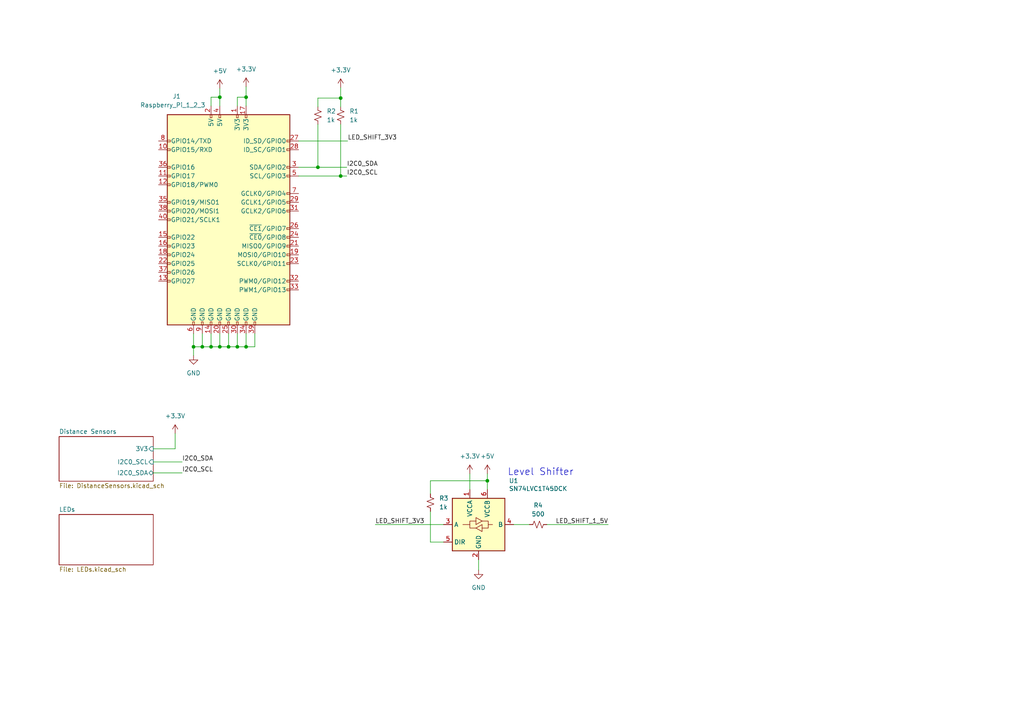
<source format=kicad_sch>
(kicad_sch (version 20230121) (generator eeschema)
  (paper "A4")
  (lib_symbols
    (symbol "Connector:Raspberry_Pi_2_3" (pin_names (offset 1.016))
      (property "Reference" "J" (at -17.78 31.75 0))
      (property "Value" "Raspberry_Pi_2_3" (at 10.16 -31.75 0))
      (symbol "Raspberry_Pi_2_3_0_1"
        (rectangle (start -17.78 30.48) (end 17.78 -30.48) (stroke (width 0.254)) (fill (type background)))
      )
      (symbol "Raspberry_Pi_2_3_1_1"
        (rectangle (start -16.891 -17.526) (end -17.78 -18.034))
        (rectangle (start -16.891 -14.986) (end -17.78 -15.494))
        (rectangle (start -16.891 -12.446) (end -17.78 -12.954))
        (rectangle (start -16.891 -9.906) (end -17.78 -10.414))
        (rectangle (start -16.891 -7.366) (end -17.78 -7.874))
        (rectangle (start -16.891 -4.826) (end -17.78 -5.334))
        (rectangle (start -16.891 0.254) (end -17.78 -0.254))
        (rectangle (start -16.891 2.794) (end -17.78 2.286))
        (rectangle (start -16.891 5.334) (end -17.78 4.826))
        (rectangle (start -16.891 10.414) (end -17.78 9.906))
        (rectangle (start -16.891 12.954) (end -17.78 12.446))
        (rectangle (start -16.891 15.494) (end -17.78 14.986))
        (rectangle (start -16.891 20.574) (end -17.78 20.066))
        (rectangle (start -16.891 23.114) (end -17.78 22.606))
        (rectangle (start -10.414 -29.591) (end -9.906 -30.48))
        (rectangle (start -7.874 -29.591) (end -7.366 -30.48))
        (rectangle (start -5.334 -29.591) (end -4.826 -30.48))
        (rectangle (start -5.334 30.48) (end -4.826 29.591))
        (rectangle (start -2.794 -29.591) (end -2.286 -30.48))
        (rectangle (start -2.794 30.48) (end -2.286 29.591))
        (rectangle (start -0.254 -29.591) (end 0.254 -30.48))
        (rectangle (start 2.286 -29.591) (end 2.794 -30.48))
        (rectangle (start 2.286 30.48) (end 2.794 29.591))
        (rectangle (start 4.826 -29.591) (end 5.334 -30.48))
        (rectangle (start 4.826 30.48) (end 5.334 29.591))
        (rectangle (start 7.366 -29.591) (end 7.874 -30.48))
        (rectangle (start 17.78 -20.066) (end 16.891 -20.574))
        (rectangle (start 17.78 -17.526) (end 16.891 -18.034))
        (rectangle (start 17.78 -12.446) (end 16.891 -12.954))
        (rectangle (start 17.78 -9.906) (end 16.891 -10.414))
        (rectangle (start 17.78 -7.366) (end 16.891 -7.874))
        (rectangle (start 17.78 -4.826) (end 16.891 -5.334))
        (rectangle (start 17.78 -2.286) (end 16.891 -2.794))
        (rectangle (start 17.78 2.794) (end 16.891 2.286))
        (rectangle (start 17.78 5.334) (end 16.891 4.826))
        (rectangle (start 17.78 7.874) (end 16.891 7.366))
        (rectangle (start 17.78 12.954) (end 16.891 12.446))
        (rectangle (start 17.78 15.494) (end 16.891 14.986))
        (rectangle (start 17.78 20.574) (end 16.891 20.066))
        (rectangle (start 17.78 23.114) (end 16.891 22.606))
        (pin power_in line (at 2.54 33.02 270) (length 2.54) (name "3V3") (number "1"))
        (pin bidirectional line (at -20.32 20.32 0) (length 2.54) (name "GPIO15/RXD") (number "10"))
        (pin bidirectional line (at -20.32 12.7 0) (length 2.54) (name "GPIO17") (number "11"))
        (pin bidirectional line (at -20.32 10.16 0) (length 2.54) (name "GPIO18/PWM0") (number "12"))
        (pin bidirectional line (at -20.32 -17.78 0) (length 2.54) (name "GPIO27") (number "13"))
        (pin power_in line (at -5.08 -33.02 90) (length 2.54) (name "GND") (number "14"))
        (pin bidirectional line (at -20.32 -5.08 0) (length 2.54) (name "GPIO22") (number "15"))
        (pin bidirectional line (at -20.32 -7.62 0) (length 2.54) (name "GPIO23") (number "16"))
        (pin power_in line (at 5.08 33.02 270) (length 2.54) (name "3V3") (number "17"))
        (pin bidirectional line (at -20.32 -10.16 0) (length 2.54) (name "GPIO24") (number "18"))
        (pin bidirectional line (at 20.32 -10.16 180) (length 2.54) (name "MOSI0/GPIO10") (number "19"))
        (pin power_in line (at -5.08 33.02 270) (length 2.54) (name "5V") (number "2"))
        (pin power_in line (at -2.54 -33.02 90) (length 2.54) (name "GND") (number "20"))
        (pin bidirectional line (at 20.32 -7.62 180) (length 2.54) (name "MISO0/GPIO9") (number "21"))
        (pin bidirectional line (at -20.32 -12.7 0) (length 2.54) (name "GPIO25") (number "22"))
        (pin bidirectional line (at 20.32 -12.7 180) (length 2.54) (name "SCLK0/GPIO11") (number "23"))
        (pin bidirectional line (at 20.32 -5.08 180) (length 2.54) (name "~{CE0}/GPIO8") (number "24"))
        (pin power_in line (at 0 -33.02 90) (length 2.54) (name "GND") (number "25"))
        (pin bidirectional line (at 20.32 -2.54 180) (length 2.54) (name "~{CE1}/GPIO7") (number "26"))
        (pin bidirectional line (at 20.32 22.86 180) (length 2.54) (name "ID_SD/GPIO0") (number "27"))
        (pin bidirectional line (at 20.32 20.32 180) (length 2.54) (name "ID_SC/GPIO1") (number "28"))
        (pin bidirectional line (at 20.32 5.08 180) (length 2.54) (name "GCLK1/GPIO5") (number "29"))
        (pin bidirectional line (at 20.32 15.24 180) (length 2.54) (name "SDA/GPIO2") (number "3"))
        (pin power_in line (at 2.54 -33.02 90) (length 2.54) (name "GND") (number "30"))
        (pin bidirectional line (at 20.32 2.54 180) (length 2.54) (name "GCLK2/GPIO6") (number "31"))
        (pin bidirectional line (at 20.32 -17.78 180) (length 2.54) (name "PWM0/GPIO12") (number "32"))
        (pin bidirectional line (at 20.32 -20.32 180) (length 2.54) (name "PWM1/GPIO13") (number "33"))
        (pin power_in line (at 5.08 -33.02 90) (length 2.54) (name "GND") (number "34"))
        (pin bidirectional line (at -20.32 5.08 0) (length 2.54) (name "GPIO19/MISO1") (number "35"))
        (pin bidirectional line (at -20.32 15.24 0) (length 2.54) (name "GPIO16") (number "36"))
        (pin bidirectional line (at -20.32 -15.24 0) (length 2.54) (name "GPIO26") (number "37"))
        (pin bidirectional line (at -20.32 2.54 0) (length 2.54) (name "GPIO20/MOSI1") (number "38"))
        (pin power_in line (at 7.62 -33.02 90) (length 2.54) (name "GND") (number "39"))
        (pin power_in line (at -2.54 33.02 270) (length 2.54) (name "5V") (number "4"))
        (pin bidirectional line (at -20.32 0 0) (length 2.54) (name "GPIO21/SCLK1") (number "40"))
        (pin bidirectional line (at 20.32 12.7 180) (length 2.54) (name "SCL/GPIO3") (number "5"))
        (pin power_in line (at -10.16 -33.02 90) (length 2.54) (name "GND") (number "6"))
        (pin bidirectional line (at 20.32 7.62 180) (length 2.54) (name "GCLK0/GPIO4") (number "7"))
        (pin bidirectional line (at -20.32 22.86 0) (length 2.54) (name "GPIO14/TXD") (number "8"))
        (pin power_in line (at -7.62 -33.02 90) (length 2.54) (name "GND") (number "9"))
      )
    )
    (symbol "Device:R_Small_US" (pin_numbers hide) (pin_names (offset 0.254) hide)
      (property "Reference" "R" (at 0.762 0.508 0))
      (property "Value" "R_Small_US" (at 0.762 -1.016 0))
      (symbol "R_Small_US_1_1"
        (polyline (pts (xy 0 0) (xy 1.016 -0.381) (xy 0 -0.762) (xy -1.016 -1.143) (xy 0 -1.524)))
        (polyline (pts (xy 0 1.524) (xy 1.016 1.143) (xy 0 0.762) (xy -1.016 0.381) (xy 0 0)))
        (pin passive line (at 0 2.54 270) (length 1.016) (name "~") (number "1"))
        (pin passive line (at 0 -2.54 90) (length 1.016) (name "~") (number "2"))
      )
    )
    (symbol "Logic_LevelTranslator:SN74LVC1T45DCK"
      (property "Reference" "U" (at -6.35 8.89 0))
      (property "Value" "SN74LVC1T45DCK" (at 3.81 8.89 0))
      (symbol "SN74LVC1T45DCK_0_1"
        (rectangle (start -7.62 7.62) (end 7.62 -7.62) (stroke (width 0.254)) (fill (type background)))
        (polyline (pts (xy -2.54 0) (xy -2.54 1.016) (xy -0.762 1.016)))
        (polyline (pts (xy 2.794 0) (xy 2.794 -1.016) (xy 1.016 -1.016)))
        (polyline (pts (xy -0.762 -1.016) (xy -2.54 -1.016) (xy -2.54 0) (xy -4.572 0)))
        (polyline (pts (xy -0.762 0) (xy -0.762 2.032) (xy 1.016 1.016) (xy -0.762 0)))
        (polyline (pts (xy 1.016 1.016) (xy 2.794 1.016) (xy 2.794 0) (xy 4.064 0)))
        (polyline (pts (xy 1.016 0) (xy 1.016 -1.778) (xy 1.016 -2.032) (xy -0.762 -1.016) (xy 1.016 0)))
      )
      (symbol "SN74LVC1T45DCK_1_1"
        (pin power_in line (at -2.54 10.16 270) (length 2.54) (name "VCCA") (number "1"))
        (pin power_in line (at 0 -10.16 90) (length 2.54) (name "GND") (number "2"))
        (pin bidirectional line (at -10.16 0 0) (length 2.54) (name "A") (number "3"))
        (pin bidirectional line (at 10.16 0 180) (length 2.54) (name "B") (number "4"))
        (pin input line (at -10.16 -5.08 0) (length 2.54) (name "DIR") (number "5"))
        (pin power_in line (at 2.54 10.16 270) (length 2.54) (name "VCCB") (number "6"))
      )
    )
    (symbol "power:+3.3V" (power) (pin_names (offset 0))
      (property "Value" "+3.3V" (at 0 3.556 0))
      (symbol "+3.3V_0_1"
        (polyline (pts (xy -0.762 1.27) (xy 0 2.54)))
        (polyline (pts (xy 0 0) (xy 0 2.54)))
        (polyline (pts (xy 0 2.54) (xy 0.762 1.27)))
      )
      (symbol "+3.3V_1_1"
        (pin power_in line (at 0 0 90) (length 0) hide (name "+3.3V") (number "1"))
      )
    )
    (symbol "power:+5V" (power) (pin_names (offset 0))
      (property "Value" "+5V" (at 0 3.556 0))
      (symbol "+5V_0_1"
        (polyline (pts (xy -0.762 1.27) (xy 0 2.54)))
        (polyline (pts (xy 0 0) (xy 0 2.54)))
        (polyline (pts (xy 0 2.54) (xy 0.762 1.27)))
      )
      (symbol "+5V_1_1"
        (pin power_in line (at 0 0 90) (length 0) hide (name "+5V") (number "1"))
      )
    )
    (symbol "power:GND" (power) (pin_names (offset 0))
      (property "Value" "GND" (at 0 -3.81 0))
      (symbol "GND_0_1"
        (polyline (pts (xy 0 0) (xy 0 -1.27) (xy 1.27 -1.27) (xy 0 -2.54) (xy -1.27 -1.27) (xy 0 -1.27)))
      )
      (symbol "GND_1_1"
        (pin power_in line (at 0 0 270) (length 0) hide (name "GND") (number "1"))
      )
    )
  )
  (junction (at 61.214 100.584))
  (junction (at 58.674 100.584))
  (junction (at 71.374 100.584))
  (junction (at 63.754 28.194))
  (junction (at 98.806 28.448))
  (junction (at 141.351 139.446))
  (junction (at 98.806 51.054))
  (junction (at 68.834 100.584))
  (junction (at 71.374 28.194))
  (junction (at 63.754 100.584))
  (junction (at 66.294 100.584))
  (junction (at 56.134 100.584))
  (junction (at 92.202 48.514))
  (wire (pts (xy 108.839 152.146) (xy 128.651 152.146)))
  (wire (pts (xy 58.674 100.584) (xy 56.134 100.584)))
  (wire (pts (xy 124.841 139.446) (xy 124.841 143.256)))
  (wire (pts (xy 63.754 100.584) (xy 66.294 100.584)))
  (wire (pts (xy 58.674 96.774) (xy 58.674 100.584)))
  (wire (pts (xy 86.614 40.894) (xy 100.838 40.894)))
  (wire (pts (xy 141.351 137.414) (xy 141.351 139.446)))
  (wire (pts (xy 44.45 137.16) (xy 52.832 137.16)))
  (wire (pts (xy 68.834 28.194) (xy 68.834 30.734)))
  (wire (pts (xy 92.202 36.068) (xy 92.202 48.514)))
  (wire (pts (xy 56.134 100.584) (xy 56.134 103.124)))
  (wire (pts (xy 141.351 139.446) (xy 141.351 141.986)))
  (wire (pts (xy 141.351 139.446) (xy 124.841 139.446)))
  (wire (pts (xy 63.754 28.194) (xy 63.754 30.734)))
  (wire (pts (xy 71.374 96.774) (xy 71.374 100.584)))
  (wire (pts (xy 124.841 148.336) (xy 124.841 157.226)))
  (wire (pts (xy 58.674 100.584) (xy 61.214 100.584)))
  (wire (pts (xy 61.214 28.194) (xy 61.214 30.734)))
  (wire (pts (xy 138.811 162.306) (xy 138.811 165.354)))
  (wire (pts (xy 61.214 96.774) (xy 61.214 100.584)))
  (wire (pts (xy 68.834 96.774) (xy 68.834 100.584)))
  (wire (pts (xy 92.202 30.988) (xy 92.202 28.448)))
  (wire (pts (xy 66.294 96.774) (xy 66.294 100.584)))
  (wire (pts (xy 66.294 100.584) (xy 68.834 100.584)))
  (wire (pts (xy 71.374 100.584) (xy 73.914 100.584)))
  (wire (pts (xy 63.754 25.654) (xy 63.754 28.194)))
  (wire (pts (xy 92.202 48.514) (xy 100.584 48.514)))
  (wire (pts (xy 61.214 100.584) (xy 63.754 100.584)))
  (wire (pts (xy 86.614 51.054) (xy 98.806 51.054)))
  (wire (pts (xy 68.834 100.584) (xy 71.374 100.584)))
  (wire (pts (xy 44.45 130.175) (xy 50.8 130.175)))
  (wire (pts (xy 98.806 36.068) (xy 98.806 51.054)))
  (wire (pts (xy 71.374 28.194) (xy 71.374 25.146)))
  (wire (pts (xy 71.374 30.734) (xy 71.374 28.194)))
  (wire (pts (xy 98.806 28.448) (xy 98.806 30.988)))
  (wire (pts (xy 98.806 28.448) (xy 98.806 25.4)))
  (wire (pts (xy 136.271 137.414) (xy 136.271 141.986)))
  (wire (pts (xy 44.45 133.985) (xy 52.832 133.985)))
  (wire (pts (xy 63.754 96.774) (xy 63.754 100.584)))
  (wire (pts (xy 148.971 152.146) (xy 153.543 152.146)))
  (wire (pts (xy 124.841 157.226) (xy 128.651 157.226)))
  (wire (pts (xy 56.134 96.774) (xy 56.134 100.584)))
  (wire (pts (xy 158.623 152.146) (xy 176.403 152.146)))
  (wire (pts (xy 68.834 28.194) (xy 71.374 28.194)))
  (wire (pts (xy 98.806 51.054) (xy 100.584 51.054)))
  (wire (pts (xy 92.202 28.448) (xy 98.806 28.448)))
  (wire (pts (xy 86.614 48.514) (xy 92.202 48.514)))
  (wire (pts (xy 50.8 125.73) (xy 50.8 130.175)))
  (wire (pts (xy 61.214 28.194) (xy 63.754 28.194)))
  (wire (pts (xy 73.914 100.584) (xy 73.914 96.774)))
  (text "Level Shifter\n" (at 147.193 138.176 0) (effects (font (size 2 2)) (justify left bottom)))
  (label "I2C0_SDA" (at 52.832 133.985 0))
  (label "I2C0_SCL" (at 100.584 51.054 0))
  (label "LED_SHIFT_3V3" (at 108.839 152.146 0))
  (label "I2C0_SDA" (at 100.584 48.514 0))
  (label "LED_SHIFT_1_5V" (at 176.403 152.146 180))
  (label "LED_SHIFT_3V3" (at 100.838 40.894 0))
  (label "I2C0_SCL" (at 52.832 137.16 0))
  (symbol (lib_id "Logic_LevelTranslator:SN74LVC1T45DCK") (at 138.811 152.146 0) (unit 1)
    (property "Reference" "U1" (at 148.971 139.446 0))
    (property "Value" "SN74LVC1T45DCK" (at 156.083 141.732 0))
    (property "Footprint" "Package_TO_SOT_SMD:SOT-363_SC-70-6" (effects hide))
    (property "Datasheet" "http://www.ti.com/lit/ds/symlink/sn74lvc1t45.pdf" (effects hide))
  )
  (symbol (lib_id "Device:R_Small_US") (at 156.083 152.146 90) (unit 1)
    (property "Reference" "R4" (at 156.083 146.558 90))
    (property "Value" "500" (at 156.083 149.098 90))
  )
  (symbol (lib_id "power:+3.3V") (at 136.271 137.414 0) (unit 1)
    (property "Reference" "#PWR05" (effects hide))
    (property "Value" "+3.3V" (at 136.271 132.334 0))
  )
  (symbol (lib_id "Device:R_Small_US") (at 124.841 145.796 0) (unit 1)
    (property "Reference" "R3" (at 127.381 144.526 0) (effects (justify left)))
    (property "Value" "1k" (at 127.381 147.066 0) (effects (justify left)))
  )
  (symbol (lib_id "power:+5V") (at 63.754 25.654 0) (unit 1)
    (property "Reference" "#PWR02" (effects hide))
    (property "Value" "+5V" (at 63.754 20.574 0))
  )
  (symbol (lib_id "power:+3.3V") (at 50.8 125.73 0) (unit 1)
    (property "Reference" "#PWR020" (effects hide))
    (property "Value" "+3.3V" (at 50.8 120.65 0))
  )
  (symbol (lib_id "Connector:Raspberry_Pi_2_3") (at 66.294 63.754 0) (unit 1)
    (property "Reference" "J1" (at 50.038 27.94 0) (effects (justify left)))
    (property "Value" "Raspberry_Pi_1_2_3" (at 40.64 30.48 0) (effects (justify left)))
    (property "Footprint" "Connector_PinSocket_2.54mm:PinSocket_2x20_P2.54mm_Vertical" (effects hide))
    (property "Datasheet" "https://www.raspberrypi.org/documentation/hardware/raspberrypi/schematics/rpi_SCH_3bplus_1p0_reduced.pdf" (effects hide))
  )
  (symbol (lib_id "power:GND") (at 56.134 103.124 0) (unit 1)
    (property "Reference" "#PWR03" (effects hide))
    (property "Value" "GND" (at 56.134 108.204 0))
  )
  (symbol (lib_id "power:+3.3V") (at 71.374 25.146 0) (unit 1)
    (property "Reference" "#PWR01" (effects hide))
    (property "Value" "+3.3V" (at 71.374 20.066 0))
  )
  (symbol (lib_id "power:+3.3V") (at 98.806 25.4 0) (unit 1)
    (property "Reference" "#PWR04" (effects hide))
    (property "Value" "+3.3V" (at 98.806 20.32 0))
  )
  (symbol (lib_id "power:GND") (at 138.811 165.354 0) (unit 1)
    (property "Reference" "#PWR07" (effects hide))
    (property "Value" "GND" (at 138.811 170.434 0))
  )
  (symbol (lib_id "power:+5V") (at 141.351 137.414 0) (unit 1)
    (property "Reference" "#PWR06" (effects hide))
    (property "Value" "+5V" (at 141.351 132.334 0))
  )
  (symbol (lib_id "Device:R_Small_US") (at 98.806 33.528 0) (unit 1)
    (property "Reference" "R1" (at 101.346 32.258 0) (effects (justify left)))
    (property "Value" "1k" (at 101.346 34.798 0) (effects (justify left)))
  )
  (symbol (lib_id "Device:R_Small_US") (at 92.202 33.528 0) (unit 1)
    (property "Reference" "R2" (at 94.742 32.258 0) (effects (justify left)))
    (property "Value" "1k" (at 94.742 34.798 0) (effects (justify left)))
  )
  (sheet (at 17.145 149.225) (size 27.305 14.605) (stroke (width 0.1524))
    (property "Sheetname" "LEDs" (at 17.145 148.5134 0) (effects (justify left bottom)))
    (property "Sheetfile" "LEDs.kicad_sch" (at 17.145 164.4146 0) (effects (justify left top)))
  )
  (sheet (at 17.145 126.619) (size 27.305 12.954) (stroke (width 0.1524))
    (property "Sheetname" "Distance Sensors" (at 17.145 125.9074 0) (effects (justify left bottom)))
    (property "Sheetfile" "DistanceSensors.kicad_sch" (at 17.145 140.1576 0) (effects (justify left top)))
    (pin "I2C0_SCL" input (at 44.45 133.985 0))
    (pin "I2C0_SDA" bidirectional (at 44.45 137.16 0))
    (pin "3V3" input (at 44.45 130.175 0))
  )
)
</source>
